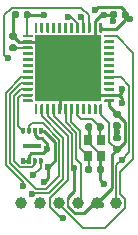
<source format=gbr>
%TF.GenerationSoftware,KiCad,Pcbnew,5.1.8*%
%TF.CreationDate,2020-12-04T00:19:28-05:00*%
%TF.ProjectId,spur,73707572-2e6b-4696-9361-645f70636258,v1.0*%
%TF.SameCoordinates,Original*%
%TF.FileFunction,Copper,L2,Bot*%
%TF.FilePolarity,Positive*%
%FSLAX46Y46*%
G04 Gerber Fmt 4.6, Leading zero omitted, Abs format (unit mm)*
G04 Created by KiCad (PCBNEW 5.1.8) date 2020-12-04 00:19:28*
%MOMM*%
%LPD*%
G01*
G04 APERTURE LIST*
%TA.AperFunction,SMDPad,CuDef*%
%ADD10R,1.600000X0.400000*%
%TD*%
%TA.AperFunction,SMDPad,CuDef*%
%ADD11C,1.000000*%
%TD*%
%TA.AperFunction,SMDPad,CuDef*%
%ADD12R,5.600000X5.600000*%
%TD*%
%TA.AperFunction,SMDPad,CuDef*%
%ADD13R,0.800000X0.900000*%
%TD*%
%TA.AperFunction,ViaPad*%
%ADD14C,0.600000*%
%TD*%
%TA.AperFunction,Conductor*%
%ADD15C,0.250000*%
%TD*%
%TA.AperFunction,Conductor*%
%ADD16C,0.150000*%
%TD*%
%TA.AperFunction,Conductor*%
%ADD17C,0.200000*%
%TD*%
G04 APERTURE END LIST*
D10*
%TO.P,U2,9*%
%TO.N,N/C*%
X136900000Y-86400000D03*
%TO.P,U2,8*%
%TO.N,+3V3*%
%TA.AperFunction,SMDPad,CuDef*%
G36*
G01*
X136062500Y-87425000D02*
X136237500Y-87425000D01*
G75*
G02*
X136325000Y-87512500I0J-87500D01*
G01*
X136325000Y-87862500D01*
G75*
G02*
X136237500Y-87950000I-87500J0D01*
G01*
X136062500Y-87950000D01*
G75*
G02*
X135975000Y-87862500I0J87500D01*
G01*
X135975000Y-87512500D01*
G75*
G02*
X136062500Y-87425000I87500J0D01*
G01*
G37*
%TD.AperFunction*%
%TO.P,U2,7*%
%TA.AperFunction,SMDPad,CuDef*%
G36*
G01*
X136562500Y-87425000D02*
X136737500Y-87425000D01*
G75*
G02*
X136825000Y-87512500I0J-87500D01*
G01*
X136825000Y-87862500D01*
G75*
G02*
X136737500Y-87950000I-87500J0D01*
G01*
X136562500Y-87950000D01*
G75*
G02*
X136475000Y-87862500I0J87500D01*
G01*
X136475000Y-87512500D01*
G75*
G02*
X136562500Y-87425000I87500J0D01*
G01*
G37*
%TD.AperFunction*%
%TO.P,U2,6*%
%TO.N,/SPI_SCK*%
%TA.AperFunction,SMDPad,CuDef*%
G36*
G01*
X137062500Y-87425000D02*
X137237500Y-87425000D01*
G75*
G02*
X137325000Y-87512500I0J-87500D01*
G01*
X137325000Y-87862500D01*
G75*
G02*
X137237500Y-87950000I-87500J0D01*
G01*
X137062500Y-87950000D01*
G75*
G02*
X136975000Y-87862500I0J87500D01*
G01*
X136975000Y-87512500D01*
G75*
G02*
X137062500Y-87425000I87500J0D01*
G01*
G37*
%TD.AperFunction*%
%TO.P,U2,5*%
%TO.N,/SPI_MOSI*%
%TA.AperFunction,SMDPad,CuDef*%
G36*
G01*
X137562500Y-87425000D02*
X137737500Y-87425000D01*
G75*
G02*
X137825000Y-87512500I0J-87500D01*
G01*
X137825000Y-87862500D01*
G75*
G02*
X137737500Y-87950000I-87500J0D01*
G01*
X137562500Y-87950000D01*
G75*
G02*
X137475000Y-87862500I0J87500D01*
G01*
X137475000Y-87512500D01*
G75*
G02*
X137562500Y-87425000I87500J0D01*
G01*
G37*
%TD.AperFunction*%
%TO.P,U2,4*%
%TO.N,GND*%
%TA.AperFunction,SMDPad,CuDef*%
G36*
G01*
X137562500Y-84850000D02*
X137737500Y-84850000D01*
G75*
G02*
X137825000Y-84937500I0J-87500D01*
G01*
X137825000Y-85287500D01*
G75*
G02*
X137737500Y-85375000I-87500J0D01*
G01*
X137562500Y-85375000D01*
G75*
G02*
X137475000Y-85287500I0J87500D01*
G01*
X137475000Y-84937500D01*
G75*
G02*
X137562500Y-84850000I87500J0D01*
G01*
G37*
%TD.AperFunction*%
%TO.P,U2,3*%
%TO.N,+3V3*%
%TA.AperFunction,SMDPad,CuDef*%
G36*
G01*
X137062500Y-84850000D02*
X137237500Y-84850000D01*
G75*
G02*
X137325000Y-84937500I0J-87500D01*
G01*
X137325000Y-85287500D01*
G75*
G02*
X137237500Y-85375000I-87500J0D01*
G01*
X137062500Y-85375000D01*
G75*
G02*
X136975000Y-85287500I0J87500D01*
G01*
X136975000Y-84937500D01*
G75*
G02*
X137062500Y-84850000I87500J0D01*
G01*
G37*
%TD.AperFunction*%
%TO.P,U2,2*%
%TO.N,/SPI_MISO*%
%TA.AperFunction,SMDPad,CuDef*%
G36*
G01*
X136562500Y-84850000D02*
X136737500Y-84850000D01*
G75*
G02*
X136825000Y-84937500I0J-87500D01*
G01*
X136825000Y-85287500D01*
G75*
G02*
X136737500Y-85375000I-87500J0D01*
G01*
X136562500Y-85375000D01*
G75*
G02*
X136475000Y-85287500I0J87500D01*
G01*
X136475000Y-84937500D01*
G75*
G02*
X136562500Y-84850000I87500J0D01*
G01*
G37*
%TD.AperFunction*%
%TO.P,U2,1*%
%TO.N,/SPI_~CS*%
%TA.AperFunction,SMDPad,CuDef*%
G36*
G01*
X136062500Y-84850000D02*
X136237500Y-84850000D01*
G75*
G02*
X136325000Y-84937500I0J-87500D01*
G01*
X136325000Y-85287500D01*
G75*
G02*
X136237500Y-85375000I-87500J0D01*
G01*
X136062500Y-85375000D01*
G75*
G02*
X135975000Y-85287500I0J87500D01*
G01*
X135975000Y-84937500D01*
G75*
G02*
X136062500Y-84850000I87500J0D01*
G01*
G37*
%TD.AperFunction*%
%TD*%
D11*
%TO.P,TP3,1*%
%TO.N,/BOOT*%
X144000000Y-91200000D03*
%TD*%
%TO.P,TP2,1*%
%TO.N,+3V3*%
X142400000Y-91200000D03*
%TD*%
%TO.P,TP4,1*%
%TO.N,/~NRST*%
X140800000Y-91200000D03*
%TD*%
%TO.P,TP6,1*%
%TO.N,/SWCLK*%
X139200000Y-91200000D03*
%TD*%
%TO.P,TP5,1*%
%TO.N,/SWDIO*%
X137600000Y-91200000D03*
%TD*%
%TO.P,TP1,1*%
%TO.N,GND*%
X136000000Y-91200000D03*
%TD*%
%TO.P,C10,2*%
%TO.N,GND*%
%TA.AperFunction,SMDPad,CuDef*%
G36*
G01*
X143927500Y-84390000D02*
X144272500Y-84390000D01*
G75*
G02*
X144420000Y-84537500I0J-147500D01*
G01*
X144420000Y-84832500D01*
G75*
G02*
X144272500Y-84980000I-147500J0D01*
G01*
X143927500Y-84980000D01*
G75*
G02*
X143780000Y-84832500I0J147500D01*
G01*
X143780000Y-84537500D01*
G75*
G02*
X143927500Y-84390000I147500J0D01*
G01*
G37*
%TD.AperFunction*%
%TO.P,C10,1*%
%TO.N,+3V3*%
%TA.AperFunction,SMDPad,CuDef*%
G36*
G01*
X143927500Y-83420000D02*
X144272500Y-83420000D01*
G75*
G02*
X144420000Y-83567500I0J-147500D01*
G01*
X144420000Y-83862500D01*
G75*
G02*
X144272500Y-84010000I-147500J0D01*
G01*
X143927500Y-84010000D01*
G75*
G02*
X143780000Y-83862500I0J147500D01*
G01*
X143780000Y-83567500D01*
G75*
G02*
X143927500Y-83420000I147500J0D01*
G01*
G37*
%TD.AperFunction*%
%TD*%
%TO.P,C9,1*%
%TO.N,+3V3*%
%TA.AperFunction,SMDPad,CuDef*%
G36*
G01*
X145095000Y-75127500D02*
X145095000Y-75472500D01*
G75*
G02*
X144947500Y-75620000I-147500J0D01*
G01*
X144652500Y-75620000D01*
G75*
G02*
X144505000Y-75472500I0J147500D01*
G01*
X144505000Y-75127500D01*
G75*
G02*
X144652500Y-74980000I147500J0D01*
G01*
X144947500Y-74980000D01*
G75*
G02*
X145095000Y-75127500I0J-147500D01*
G01*
G37*
%TD.AperFunction*%
%TO.P,C9,2*%
%TO.N,GND*%
%TA.AperFunction,SMDPad,CuDef*%
G36*
G01*
X144125000Y-75127500D02*
X144125000Y-75472500D01*
G75*
G02*
X143977500Y-75620000I-147500J0D01*
G01*
X143682500Y-75620000D01*
G75*
G02*
X143535000Y-75472500I0J147500D01*
G01*
X143535000Y-75127500D01*
G75*
G02*
X143682500Y-74980000I147500J0D01*
G01*
X143977500Y-74980000D01*
G75*
G02*
X144125000Y-75127500I0J-147500D01*
G01*
G37*
%TD.AperFunction*%
%TD*%
%TO.P,C7,1*%
%TO.N,+3V3*%
%TA.AperFunction,SMDPad,CuDef*%
G36*
G01*
X144272500Y-86980000D02*
X143927500Y-86980000D01*
G75*
G02*
X143780000Y-86832500I0J147500D01*
G01*
X143780000Y-86537500D01*
G75*
G02*
X143927500Y-86390000I147500J0D01*
G01*
X144272500Y-86390000D01*
G75*
G02*
X144420000Y-86537500I0J-147500D01*
G01*
X144420000Y-86832500D01*
G75*
G02*
X144272500Y-86980000I-147500J0D01*
G01*
G37*
%TD.AperFunction*%
%TO.P,C7,2*%
%TO.N,GND*%
%TA.AperFunction,SMDPad,CuDef*%
G36*
G01*
X144272500Y-86010000D02*
X143927500Y-86010000D01*
G75*
G02*
X143780000Y-85862500I0J147500D01*
G01*
X143780000Y-85567500D01*
G75*
G02*
X143927500Y-85420000I147500J0D01*
G01*
X144272500Y-85420000D01*
G75*
G02*
X144420000Y-85567500I0J-147500D01*
G01*
X144420000Y-85862500D01*
G75*
G02*
X144272500Y-86010000I-147500J0D01*
G01*
G37*
%TD.AperFunction*%
%TD*%
%TO.P,C6,2*%
%TO.N,GND*%
%TA.AperFunction,SMDPad,CuDef*%
G36*
G01*
X135472500Y-77425000D02*
X135127500Y-77425000D01*
G75*
G02*
X134980000Y-77277500I0J147500D01*
G01*
X134980000Y-76982500D01*
G75*
G02*
X135127500Y-76835000I147500J0D01*
G01*
X135472500Y-76835000D01*
G75*
G02*
X135620000Y-76982500I0J-147500D01*
G01*
X135620000Y-77277500D01*
G75*
G02*
X135472500Y-77425000I-147500J0D01*
G01*
G37*
%TD.AperFunction*%
%TO.P,C6,1*%
%TO.N,Net-(C6-Pad1)*%
%TA.AperFunction,SMDPad,CuDef*%
G36*
G01*
X135472500Y-78395000D02*
X135127500Y-78395000D01*
G75*
G02*
X134980000Y-78247500I0J147500D01*
G01*
X134980000Y-77952500D01*
G75*
G02*
X135127500Y-77805000I147500J0D01*
G01*
X135472500Y-77805000D01*
G75*
G02*
X135620000Y-77952500I0J-147500D01*
G01*
X135620000Y-78247500D01*
G75*
G02*
X135472500Y-78395000I-147500J0D01*
G01*
G37*
%TD.AperFunction*%
%TD*%
%TO.P,C8,2*%
%TO.N,GND*%
%TA.AperFunction,SMDPad,CuDef*%
G36*
G01*
X135825000Y-75127500D02*
X135825000Y-75472500D01*
G75*
G02*
X135677500Y-75620000I-147500J0D01*
G01*
X135382500Y-75620000D01*
G75*
G02*
X135235000Y-75472500I0J147500D01*
G01*
X135235000Y-75127500D01*
G75*
G02*
X135382500Y-74980000I147500J0D01*
G01*
X135677500Y-74980000D01*
G75*
G02*
X135825000Y-75127500I0J-147500D01*
G01*
G37*
%TD.AperFunction*%
%TO.P,C8,1*%
%TO.N,+3V3*%
%TA.AperFunction,SMDPad,CuDef*%
G36*
G01*
X136795000Y-75127500D02*
X136795000Y-75472500D01*
G75*
G02*
X136647500Y-75620000I-147500J0D01*
G01*
X136352500Y-75620000D01*
G75*
G02*
X136205000Y-75472500I0J147500D01*
G01*
X136205000Y-75127500D01*
G75*
G02*
X136352500Y-74980000I147500J0D01*
G01*
X136647500Y-74980000D01*
G75*
G02*
X136795000Y-75127500I0J-147500D01*
G01*
G37*
%TD.AperFunction*%
%TD*%
%TO.P,C4,1*%
%TO.N,/OSC_IN*%
%TA.AperFunction,SMDPad,CuDef*%
G36*
G01*
X142980000Y-84627500D02*
X142980000Y-84972500D01*
G75*
G02*
X142832500Y-85120000I-147500J0D01*
G01*
X142537500Y-85120000D01*
G75*
G02*
X142390000Y-84972500I0J147500D01*
G01*
X142390000Y-84627500D01*
G75*
G02*
X142537500Y-84480000I147500J0D01*
G01*
X142832500Y-84480000D01*
G75*
G02*
X142980000Y-84627500I0J-147500D01*
G01*
G37*
%TD.AperFunction*%
%TO.P,C4,2*%
%TO.N,GND*%
%TA.AperFunction,SMDPad,CuDef*%
G36*
G01*
X142010000Y-84627500D02*
X142010000Y-84972500D01*
G75*
G02*
X141862500Y-85120000I-147500J0D01*
G01*
X141567500Y-85120000D01*
G75*
G02*
X141420000Y-84972500I0J147500D01*
G01*
X141420000Y-84627500D01*
G75*
G02*
X141567500Y-84480000I147500J0D01*
G01*
X141862500Y-84480000D01*
G75*
G02*
X142010000Y-84627500I0J-147500D01*
G01*
G37*
%TD.AperFunction*%
%TD*%
%TO.P,C5,2*%
%TO.N,GND*%
%TA.AperFunction,SMDPad,CuDef*%
G36*
G01*
X142390000Y-88572500D02*
X142390000Y-88227500D01*
G75*
G02*
X142537500Y-88080000I147500J0D01*
G01*
X142832500Y-88080000D01*
G75*
G02*
X142980000Y-88227500I0J-147500D01*
G01*
X142980000Y-88572500D01*
G75*
G02*
X142832500Y-88720000I-147500J0D01*
G01*
X142537500Y-88720000D01*
G75*
G02*
X142390000Y-88572500I0J147500D01*
G01*
G37*
%TD.AperFunction*%
%TO.P,C5,1*%
%TO.N,/OSC_OUT*%
%TA.AperFunction,SMDPad,CuDef*%
G36*
G01*
X141420000Y-88572500D02*
X141420000Y-88227500D01*
G75*
G02*
X141567500Y-88080000I147500J0D01*
G01*
X141862500Y-88080000D01*
G75*
G02*
X142010000Y-88227500I0J-147500D01*
G01*
X142010000Y-88572500D01*
G75*
G02*
X141862500Y-88720000I-147500J0D01*
G01*
X141567500Y-88720000D01*
G75*
G02*
X141420000Y-88572500I0J147500D01*
G01*
G37*
%TD.AperFunction*%
%TD*%
%TO.P,U3,1*%
%TO.N,+3V3*%
%TA.AperFunction,SMDPad,CuDef*%
G36*
G01*
X142812500Y-83725000D02*
X142687500Y-83725000D01*
G75*
G02*
X142625000Y-83662500I0J62500D01*
G01*
X142625000Y-82912500D01*
G75*
G02*
X142687500Y-82850000I62500J0D01*
G01*
X142812500Y-82850000D01*
G75*
G02*
X142875000Y-82912500I0J-62500D01*
G01*
X142875000Y-83662500D01*
G75*
G02*
X142812500Y-83725000I-62500J0D01*
G01*
G37*
%TD.AperFunction*%
%TO.P,U3,2*%
%TO.N,N/C*%
%TA.AperFunction,SMDPad,CuDef*%
G36*
G01*
X142312500Y-83725000D02*
X142187500Y-83725000D01*
G75*
G02*
X142125000Y-83662500I0J62500D01*
G01*
X142125000Y-82912500D01*
G75*
G02*
X142187500Y-82850000I62500J0D01*
G01*
X142312500Y-82850000D01*
G75*
G02*
X142375000Y-82912500I0J-62500D01*
G01*
X142375000Y-83662500D01*
G75*
G02*
X142312500Y-83725000I-62500J0D01*
G01*
G37*
%TD.AperFunction*%
%TO.P,U3,3*%
%TA.AperFunction,SMDPad,CuDef*%
G36*
G01*
X141812500Y-83725000D02*
X141687500Y-83725000D01*
G75*
G02*
X141625000Y-83662500I0J62500D01*
G01*
X141625000Y-82912500D01*
G75*
G02*
X141687500Y-82850000I62500J0D01*
G01*
X141812500Y-82850000D01*
G75*
G02*
X141875000Y-82912500I0J-62500D01*
G01*
X141875000Y-83662500D01*
G75*
G02*
X141812500Y-83725000I-62500J0D01*
G01*
G37*
%TD.AperFunction*%
%TO.P,U3,4*%
%TA.AperFunction,SMDPad,CuDef*%
G36*
G01*
X141312500Y-83725000D02*
X141187500Y-83725000D01*
G75*
G02*
X141125000Y-83662500I0J62500D01*
G01*
X141125000Y-82912500D01*
G75*
G02*
X141187500Y-82850000I62500J0D01*
G01*
X141312500Y-82850000D01*
G75*
G02*
X141375000Y-82912500I0J-62500D01*
G01*
X141375000Y-83662500D01*
G75*
G02*
X141312500Y-83725000I-62500J0D01*
G01*
G37*
%TD.AperFunction*%
%TO.P,U3,5*%
%TO.N,/OSC_IN*%
%TA.AperFunction,SMDPad,CuDef*%
G36*
G01*
X140812500Y-83725000D02*
X140687500Y-83725000D01*
G75*
G02*
X140625000Y-83662500I0J62500D01*
G01*
X140625000Y-82912500D01*
G75*
G02*
X140687500Y-82850000I62500J0D01*
G01*
X140812500Y-82850000D01*
G75*
G02*
X140875000Y-82912500I0J-62500D01*
G01*
X140875000Y-83662500D01*
G75*
G02*
X140812500Y-83725000I-62500J0D01*
G01*
G37*
%TD.AperFunction*%
%TO.P,U3,6*%
%TO.N,/OSC_OUT*%
%TA.AperFunction,SMDPad,CuDef*%
G36*
G01*
X140312500Y-83725000D02*
X140187500Y-83725000D01*
G75*
G02*
X140125000Y-83662500I0J62500D01*
G01*
X140125000Y-82912500D01*
G75*
G02*
X140187500Y-82850000I62500J0D01*
G01*
X140312500Y-82850000D01*
G75*
G02*
X140375000Y-82912500I0J-62500D01*
G01*
X140375000Y-83662500D01*
G75*
G02*
X140312500Y-83725000I-62500J0D01*
G01*
G37*
%TD.AperFunction*%
%TO.P,U3,7*%
%TO.N,/~NRST*%
%TA.AperFunction,SMDPad,CuDef*%
G36*
G01*
X139812500Y-83725000D02*
X139687500Y-83725000D01*
G75*
G02*
X139625000Y-83662500I0J62500D01*
G01*
X139625000Y-82912500D01*
G75*
G02*
X139687500Y-82850000I62500J0D01*
G01*
X139812500Y-82850000D01*
G75*
G02*
X139875000Y-82912500I0J-62500D01*
G01*
X139875000Y-83662500D01*
G75*
G02*
X139812500Y-83725000I-62500J0D01*
G01*
G37*
%TD.AperFunction*%
%TO.P,U3,8*%
%TO.N,GND*%
%TA.AperFunction,SMDPad,CuDef*%
G36*
G01*
X139312500Y-83725000D02*
X139187500Y-83725000D01*
G75*
G02*
X139125000Y-83662500I0J62500D01*
G01*
X139125000Y-82912500D01*
G75*
G02*
X139187500Y-82850000I62500J0D01*
G01*
X139312500Y-82850000D01*
G75*
G02*
X139375000Y-82912500I0J-62500D01*
G01*
X139375000Y-83662500D01*
G75*
G02*
X139312500Y-83725000I-62500J0D01*
G01*
G37*
%TD.AperFunction*%
%TO.P,U3,9*%
%TO.N,+3V3*%
%TA.AperFunction,SMDPad,CuDef*%
G36*
G01*
X138812500Y-83725000D02*
X138687500Y-83725000D01*
G75*
G02*
X138625000Y-83662500I0J62500D01*
G01*
X138625000Y-82912500D01*
G75*
G02*
X138687500Y-82850000I62500J0D01*
G01*
X138812500Y-82850000D01*
G75*
G02*
X138875000Y-82912500I0J-62500D01*
G01*
X138875000Y-83662500D01*
G75*
G02*
X138812500Y-83725000I-62500J0D01*
G01*
G37*
%TD.AperFunction*%
%TO.P,U3,10*%
%TO.N,/SW_POS1*%
%TA.AperFunction,SMDPad,CuDef*%
G36*
G01*
X138312500Y-83725000D02*
X138187500Y-83725000D01*
G75*
G02*
X138125000Y-83662500I0J62500D01*
G01*
X138125000Y-82912500D01*
G75*
G02*
X138187500Y-82850000I62500J0D01*
G01*
X138312500Y-82850000D01*
G75*
G02*
X138375000Y-82912500I0J-62500D01*
G01*
X138375000Y-83662500D01*
G75*
G02*
X138312500Y-83725000I-62500J0D01*
G01*
G37*
%TD.AperFunction*%
%TO.P,U3,11*%
%TO.N,/SW_POS2*%
%TA.AperFunction,SMDPad,CuDef*%
G36*
G01*
X137812500Y-83725000D02*
X137687500Y-83725000D01*
G75*
G02*
X137625000Y-83662500I0J62500D01*
G01*
X137625000Y-82912500D01*
G75*
G02*
X137687500Y-82850000I62500J0D01*
G01*
X137812500Y-82850000D01*
G75*
G02*
X137875000Y-82912500I0J-62500D01*
G01*
X137875000Y-83662500D01*
G75*
G02*
X137812500Y-83725000I-62500J0D01*
G01*
G37*
%TD.AperFunction*%
%TO.P,U3,12*%
%TO.N,N/C*%
%TA.AperFunction,SMDPad,CuDef*%
G36*
G01*
X137312500Y-83725000D02*
X137187500Y-83725000D01*
G75*
G02*
X137125000Y-83662500I0J62500D01*
G01*
X137125000Y-82912500D01*
G75*
G02*
X137187500Y-82850000I62500J0D01*
G01*
X137312500Y-82850000D01*
G75*
G02*
X137375000Y-82912500I0J-62500D01*
G01*
X137375000Y-83662500D01*
G75*
G02*
X137312500Y-83725000I-62500J0D01*
G01*
G37*
%TD.AperFunction*%
%TO.P,U3,13*%
%TA.AperFunction,SMDPad,CuDef*%
G36*
G01*
X136937500Y-82725000D02*
X136187500Y-82725000D01*
G75*
G02*
X136125000Y-82662500I0J62500D01*
G01*
X136125000Y-82537500D01*
G75*
G02*
X136187500Y-82475000I62500J0D01*
G01*
X136937500Y-82475000D01*
G75*
G02*
X137000000Y-82537500I0J-62500D01*
G01*
X137000000Y-82662500D01*
G75*
G02*
X136937500Y-82725000I-62500J0D01*
G01*
G37*
%TD.AperFunction*%
%TO.P,U3,14*%
%TO.N,/SPI_~CS*%
%TA.AperFunction,SMDPad,CuDef*%
G36*
G01*
X136937500Y-82225000D02*
X136187500Y-82225000D01*
G75*
G02*
X136125000Y-82162500I0J62500D01*
G01*
X136125000Y-82037500D01*
G75*
G02*
X136187500Y-81975000I62500J0D01*
G01*
X136937500Y-81975000D01*
G75*
G02*
X137000000Y-82037500I0J-62500D01*
G01*
X137000000Y-82162500D01*
G75*
G02*
X136937500Y-82225000I-62500J0D01*
G01*
G37*
%TD.AperFunction*%
%TO.P,U3,15*%
%TO.N,/SPI_SCK*%
%TA.AperFunction,SMDPad,CuDef*%
G36*
G01*
X136937500Y-81725000D02*
X136187500Y-81725000D01*
G75*
G02*
X136125000Y-81662500I0J62500D01*
G01*
X136125000Y-81537500D01*
G75*
G02*
X136187500Y-81475000I62500J0D01*
G01*
X136937500Y-81475000D01*
G75*
G02*
X137000000Y-81537500I0J-62500D01*
G01*
X137000000Y-81662500D01*
G75*
G02*
X136937500Y-81725000I-62500J0D01*
G01*
G37*
%TD.AperFunction*%
%TO.P,U3,16*%
%TO.N,/SPI_MISO*%
%TA.AperFunction,SMDPad,CuDef*%
G36*
G01*
X136937500Y-81225000D02*
X136187500Y-81225000D01*
G75*
G02*
X136125000Y-81162500I0J62500D01*
G01*
X136125000Y-81037500D01*
G75*
G02*
X136187500Y-80975000I62500J0D01*
G01*
X136937500Y-80975000D01*
G75*
G02*
X137000000Y-81037500I0J-62500D01*
G01*
X137000000Y-81162500D01*
G75*
G02*
X136937500Y-81225000I-62500J0D01*
G01*
G37*
%TD.AperFunction*%
%TO.P,U3,17*%
%TO.N,/SPI_MOSI*%
%TA.AperFunction,SMDPad,CuDef*%
G36*
G01*
X136937500Y-80725000D02*
X136187500Y-80725000D01*
G75*
G02*
X136125000Y-80662500I0J62500D01*
G01*
X136125000Y-80537500D01*
G75*
G02*
X136187500Y-80475000I62500J0D01*
G01*
X136937500Y-80475000D01*
G75*
G02*
X137000000Y-80537500I0J-62500D01*
G01*
X137000000Y-80662500D01*
G75*
G02*
X136937500Y-80725000I-62500J0D01*
G01*
G37*
%TD.AperFunction*%
%TO.P,U3,18*%
%TO.N,N/C*%
%TA.AperFunction,SMDPad,CuDef*%
G36*
G01*
X136937500Y-80225000D02*
X136187500Y-80225000D01*
G75*
G02*
X136125000Y-80162500I0J62500D01*
G01*
X136125000Y-80037500D01*
G75*
G02*
X136187500Y-79975000I62500J0D01*
G01*
X136937500Y-79975000D01*
G75*
G02*
X137000000Y-80037500I0J-62500D01*
G01*
X137000000Y-80162500D01*
G75*
G02*
X136937500Y-80225000I-62500J0D01*
G01*
G37*
%TD.AperFunction*%
%TO.P,U3,19*%
%TA.AperFunction,SMDPad,CuDef*%
G36*
G01*
X136937500Y-79725000D02*
X136187500Y-79725000D01*
G75*
G02*
X136125000Y-79662500I0J62500D01*
G01*
X136125000Y-79537500D01*
G75*
G02*
X136187500Y-79475000I62500J0D01*
G01*
X136937500Y-79475000D01*
G75*
G02*
X137000000Y-79537500I0J-62500D01*
G01*
X137000000Y-79662500D01*
G75*
G02*
X136937500Y-79725000I-62500J0D01*
G01*
G37*
%TD.AperFunction*%
%TO.P,U3,20*%
%TA.AperFunction,SMDPad,CuDef*%
G36*
G01*
X136937500Y-79225000D02*
X136187500Y-79225000D01*
G75*
G02*
X136125000Y-79162500I0J62500D01*
G01*
X136125000Y-79037500D01*
G75*
G02*
X136187500Y-78975000I62500J0D01*
G01*
X136937500Y-78975000D01*
G75*
G02*
X137000000Y-79037500I0J-62500D01*
G01*
X137000000Y-79162500D01*
G75*
G02*
X136937500Y-79225000I-62500J0D01*
G01*
G37*
%TD.AperFunction*%
%TO.P,U3,21*%
%TA.AperFunction,SMDPad,CuDef*%
G36*
G01*
X136937500Y-78725000D02*
X136187500Y-78725000D01*
G75*
G02*
X136125000Y-78662500I0J62500D01*
G01*
X136125000Y-78537500D01*
G75*
G02*
X136187500Y-78475000I62500J0D01*
G01*
X136937500Y-78475000D01*
G75*
G02*
X137000000Y-78537500I0J-62500D01*
G01*
X137000000Y-78662500D01*
G75*
G02*
X136937500Y-78725000I-62500J0D01*
G01*
G37*
%TD.AperFunction*%
%TO.P,U3,22*%
%TO.N,Net-(C6-Pad1)*%
%TA.AperFunction,SMDPad,CuDef*%
G36*
G01*
X136937500Y-78225000D02*
X136187500Y-78225000D01*
G75*
G02*
X136125000Y-78162500I0J62500D01*
G01*
X136125000Y-78037500D01*
G75*
G02*
X136187500Y-77975000I62500J0D01*
G01*
X136937500Y-77975000D01*
G75*
G02*
X137000000Y-78037500I0J-62500D01*
G01*
X137000000Y-78162500D01*
G75*
G02*
X136937500Y-78225000I-62500J0D01*
G01*
G37*
%TD.AperFunction*%
%TO.P,U3,23*%
%TO.N,GND*%
%TA.AperFunction,SMDPad,CuDef*%
G36*
G01*
X136937500Y-77725000D02*
X136187500Y-77725000D01*
G75*
G02*
X136125000Y-77662500I0J62500D01*
G01*
X136125000Y-77537500D01*
G75*
G02*
X136187500Y-77475000I62500J0D01*
G01*
X136937500Y-77475000D01*
G75*
G02*
X137000000Y-77537500I0J-62500D01*
G01*
X137000000Y-77662500D01*
G75*
G02*
X136937500Y-77725000I-62500J0D01*
G01*
G37*
%TD.AperFunction*%
%TO.P,U3,24*%
%TO.N,+3V3*%
%TA.AperFunction,SMDPad,CuDef*%
G36*
G01*
X136937500Y-77225000D02*
X136187500Y-77225000D01*
G75*
G02*
X136125000Y-77162500I0J62500D01*
G01*
X136125000Y-77037500D01*
G75*
G02*
X136187500Y-76975000I62500J0D01*
G01*
X136937500Y-76975000D01*
G75*
G02*
X137000000Y-77037500I0J-62500D01*
G01*
X137000000Y-77162500D01*
G75*
G02*
X136937500Y-77225000I-62500J0D01*
G01*
G37*
%TD.AperFunction*%
%TO.P,U3,25*%
%TO.N,N/C*%
%TA.AperFunction,SMDPad,CuDef*%
G36*
G01*
X137312500Y-76850000D02*
X137187500Y-76850000D01*
G75*
G02*
X137125000Y-76787500I0J62500D01*
G01*
X137125000Y-76037500D01*
G75*
G02*
X137187500Y-75975000I62500J0D01*
G01*
X137312500Y-75975000D01*
G75*
G02*
X137375000Y-76037500I0J-62500D01*
G01*
X137375000Y-76787500D01*
G75*
G02*
X137312500Y-76850000I-62500J0D01*
G01*
G37*
%TD.AperFunction*%
%TO.P,U3,26*%
%TA.AperFunction,SMDPad,CuDef*%
G36*
G01*
X137812500Y-76850000D02*
X137687500Y-76850000D01*
G75*
G02*
X137625000Y-76787500I0J62500D01*
G01*
X137625000Y-76037500D01*
G75*
G02*
X137687500Y-75975000I62500J0D01*
G01*
X137812500Y-75975000D01*
G75*
G02*
X137875000Y-76037500I0J-62500D01*
G01*
X137875000Y-76787500D01*
G75*
G02*
X137812500Y-76850000I-62500J0D01*
G01*
G37*
%TD.AperFunction*%
%TO.P,U3,27*%
%TA.AperFunction,SMDPad,CuDef*%
G36*
G01*
X138312500Y-76850000D02*
X138187500Y-76850000D01*
G75*
G02*
X138125000Y-76787500I0J62500D01*
G01*
X138125000Y-76037500D01*
G75*
G02*
X138187500Y-75975000I62500J0D01*
G01*
X138312500Y-75975000D01*
G75*
G02*
X138375000Y-76037500I0J-62500D01*
G01*
X138375000Y-76787500D01*
G75*
G02*
X138312500Y-76850000I-62500J0D01*
G01*
G37*
%TD.AperFunction*%
%TO.P,U3,28*%
%TA.AperFunction,SMDPad,CuDef*%
G36*
G01*
X138812500Y-76850000D02*
X138687500Y-76850000D01*
G75*
G02*
X138625000Y-76787500I0J62500D01*
G01*
X138625000Y-76037500D01*
G75*
G02*
X138687500Y-75975000I62500J0D01*
G01*
X138812500Y-75975000D01*
G75*
G02*
X138875000Y-76037500I0J-62500D01*
G01*
X138875000Y-76787500D01*
G75*
G02*
X138812500Y-76850000I-62500J0D01*
G01*
G37*
%TD.AperFunction*%
%TO.P,U3,29*%
%TA.AperFunction,SMDPad,CuDef*%
G36*
G01*
X139312500Y-76850000D02*
X139187500Y-76850000D01*
G75*
G02*
X139125000Y-76787500I0J62500D01*
G01*
X139125000Y-76037500D01*
G75*
G02*
X139187500Y-75975000I62500J0D01*
G01*
X139312500Y-75975000D01*
G75*
G02*
X139375000Y-76037500I0J-62500D01*
G01*
X139375000Y-76787500D01*
G75*
G02*
X139312500Y-76850000I-62500J0D01*
G01*
G37*
%TD.AperFunction*%
%TO.P,U3,30*%
%TA.AperFunction,SMDPad,CuDef*%
G36*
G01*
X139812500Y-76850000D02*
X139687500Y-76850000D01*
G75*
G02*
X139625000Y-76787500I0J62500D01*
G01*
X139625000Y-76037500D01*
G75*
G02*
X139687500Y-75975000I62500J0D01*
G01*
X139812500Y-75975000D01*
G75*
G02*
X139875000Y-76037500I0J-62500D01*
G01*
X139875000Y-76787500D01*
G75*
G02*
X139812500Y-76850000I-62500J0D01*
G01*
G37*
%TD.AperFunction*%
%TO.P,U3,31*%
%TA.AperFunction,SMDPad,CuDef*%
G36*
G01*
X140312500Y-76850000D02*
X140187500Y-76850000D01*
G75*
G02*
X140125000Y-76787500I0J62500D01*
G01*
X140125000Y-76037500D01*
G75*
G02*
X140187500Y-75975000I62500J0D01*
G01*
X140312500Y-75975000D01*
G75*
G02*
X140375000Y-76037500I0J-62500D01*
G01*
X140375000Y-76787500D01*
G75*
G02*
X140312500Y-76850000I-62500J0D01*
G01*
G37*
%TD.AperFunction*%
%TO.P,U3,32*%
%TO.N,/D-*%
%TA.AperFunction,SMDPad,CuDef*%
G36*
G01*
X140812500Y-76850000D02*
X140687500Y-76850000D01*
G75*
G02*
X140625000Y-76787500I0J62500D01*
G01*
X140625000Y-76037500D01*
G75*
G02*
X140687500Y-75975000I62500J0D01*
G01*
X140812500Y-75975000D01*
G75*
G02*
X140875000Y-76037500I0J-62500D01*
G01*
X140875000Y-76787500D01*
G75*
G02*
X140812500Y-76850000I-62500J0D01*
G01*
G37*
%TD.AperFunction*%
%TO.P,U3,33*%
%TO.N,/D+*%
%TA.AperFunction,SMDPad,CuDef*%
G36*
G01*
X141312500Y-76850000D02*
X141187500Y-76850000D01*
G75*
G02*
X141125000Y-76787500I0J62500D01*
G01*
X141125000Y-76037500D01*
G75*
G02*
X141187500Y-75975000I62500J0D01*
G01*
X141312500Y-75975000D01*
G75*
G02*
X141375000Y-76037500I0J-62500D01*
G01*
X141375000Y-76787500D01*
G75*
G02*
X141312500Y-76850000I-62500J0D01*
G01*
G37*
%TD.AperFunction*%
%TO.P,U3,34*%
%TO.N,/SWDIO*%
%TA.AperFunction,SMDPad,CuDef*%
G36*
G01*
X141812500Y-76850000D02*
X141687500Y-76850000D01*
G75*
G02*
X141625000Y-76787500I0J62500D01*
G01*
X141625000Y-76037500D01*
G75*
G02*
X141687500Y-75975000I62500J0D01*
G01*
X141812500Y-75975000D01*
G75*
G02*
X141875000Y-76037500I0J-62500D01*
G01*
X141875000Y-76787500D01*
G75*
G02*
X141812500Y-76850000I-62500J0D01*
G01*
G37*
%TD.AperFunction*%
%TO.P,U3,35*%
%TO.N,GND*%
%TA.AperFunction,SMDPad,CuDef*%
G36*
G01*
X142312500Y-76850000D02*
X142187500Y-76850000D01*
G75*
G02*
X142125000Y-76787500I0J62500D01*
G01*
X142125000Y-76037500D01*
G75*
G02*
X142187500Y-75975000I62500J0D01*
G01*
X142312500Y-75975000D01*
G75*
G02*
X142375000Y-76037500I0J-62500D01*
G01*
X142375000Y-76787500D01*
G75*
G02*
X142312500Y-76850000I-62500J0D01*
G01*
G37*
%TD.AperFunction*%
%TO.P,U3,36*%
%TO.N,+3V3*%
%TA.AperFunction,SMDPad,CuDef*%
G36*
G01*
X142812500Y-76850000D02*
X142687500Y-76850000D01*
G75*
G02*
X142625000Y-76787500I0J62500D01*
G01*
X142625000Y-76037500D01*
G75*
G02*
X142687500Y-75975000I62500J0D01*
G01*
X142812500Y-75975000D01*
G75*
G02*
X142875000Y-76037500I0J-62500D01*
G01*
X142875000Y-76787500D01*
G75*
G02*
X142812500Y-76850000I-62500J0D01*
G01*
G37*
%TD.AperFunction*%
%TO.P,U3,37*%
%TO.N,/SWCLK*%
%TA.AperFunction,SMDPad,CuDef*%
G36*
G01*
X143812500Y-77225000D02*
X143062500Y-77225000D01*
G75*
G02*
X143000000Y-77162500I0J62500D01*
G01*
X143000000Y-77037500D01*
G75*
G02*
X143062500Y-76975000I62500J0D01*
G01*
X143812500Y-76975000D01*
G75*
G02*
X143875000Y-77037500I0J-62500D01*
G01*
X143875000Y-77162500D01*
G75*
G02*
X143812500Y-77225000I-62500J0D01*
G01*
G37*
%TD.AperFunction*%
%TO.P,U3,38*%
%TO.N,N/C*%
%TA.AperFunction,SMDPad,CuDef*%
G36*
G01*
X143812500Y-77725000D02*
X143062500Y-77725000D01*
G75*
G02*
X143000000Y-77662500I0J62500D01*
G01*
X143000000Y-77537500D01*
G75*
G02*
X143062500Y-77475000I62500J0D01*
G01*
X143812500Y-77475000D01*
G75*
G02*
X143875000Y-77537500I0J-62500D01*
G01*
X143875000Y-77662500D01*
G75*
G02*
X143812500Y-77725000I-62500J0D01*
G01*
G37*
%TD.AperFunction*%
%TO.P,U3,39*%
%TA.AperFunction,SMDPad,CuDef*%
G36*
G01*
X143812500Y-78225000D02*
X143062500Y-78225000D01*
G75*
G02*
X143000000Y-78162500I0J62500D01*
G01*
X143000000Y-78037500D01*
G75*
G02*
X143062500Y-77975000I62500J0D01*
G01*
X143812500Y-77975000D01*
G75*
G02*
X143875000Y-78037500I0J-62500D01*
G01*
X143875000Y-78162500D01*
G75*
G02*
X143812500Y-78225000I-62500J0D01*
G01*
G37*
%TD.AperFunction*%
%TO.P,U3,40*%
%TA.AperFunction,SMDPad,CuDef*%
G36*
G01*
X143812500Y-78725000D02*
X143062500Y-78725000D01*
G75*
G02*
X143000000Y-78662500I0J62500D01*
G01*
X143000000Y-78537500D01*
G75*
G02*
X143062500Y-78475000I62500J0D01*
G01*
X143812500Y-78475000D01*
G75*
G02*
X143875000Y-78537500I0J-62500D01*
G01*
X143875000Y-78662500D01*
G75*
G02*
X143812500Y-78725000I-62500J0D01*
G01*
G37*
%TD.AperFunction*%
%TO.P,U3,41*%
%TA.AperFunction,SMDPad,CuDef*%
G36*
G01*
X143812500Y-79225000D02*
X143062500Y-79225000D01*
G75*
G02*
X143000000Y-79162500I0J62500D01*
G01*
X143000000Y-79037500D01*
G75*
G02*
X143062500Y-78975000I62500J0D01*
G01*
X143812500Y-78975000D01*
G75*
G02*
X143875000Y-79037500I0J-62500D01*
G01*
X143875000Y-79162500D01*
G75*
G02*
X143812500Y-79225000I-62500J0D01*
G01*
G37*
%TD.AperFunction*%
%TO.P,U3,42*%
%TA.AperFunction,SMDPad,CuDef*%
G36*
G01*
X143812500Y-79725000D02*
X143062500Y-79725000D01*
G75*
G02*
X143000000Y-79662500I0J62500D01*
G01*
X143000000Y-79537500D01*
G75*
G02*
X143062500Y-79475000I62500J0D01*
G01*
X143812500Y-79475000D01*
G75*
G02*
X143875000Y-79537500I0J-62500D01*
G01*
X143875000Y-79662500D01*
G75*
G02*
X143812500Y-79725000I-62500J0D01*
G01*
G37*
%TD.AperFunction*%
%TO.P,U3,43*%
%TA.AperFunction,SMDPad,CuDef*%
G36*
G01*
X143812500Y-80225000D02*
X143062500Y-80225000D01*
G75*
G02*
X143000000Y-80162500I0J62500D01*
G01*
X143000000Y-80037500D01*
G75*
G02*
X143062500Y-79975000I62500J0D01*
G01*
X143812500Y-79975000D01*
G75*
G02*
X143875000Y-80037500I0J-62500D01*
G01*
X143875000Y-80162500D01*
G75*
G02*
X143812500Y-80225000I-62500J0D01*
G01*
G37*
%TD.AperFunction*%
%TO.P,U3,44*%
%TO.N,/BOOT*%
%TA.AperFunction,SMDPad,CuDef*%
G36*
G01*
X143812500Y-80725000D02*
X143062500Y-80725000D01*
G75*
G02*
X143000000Y-80662500I0J62500D01*
G01*
X143000000Y-80537500D01*
G75*
G02*
X143062500Y-80475000I62500J0D01*
G01*
X143812500Y-80475000D01*
G75*
G02*
X143875000Y-80537500I0J-62500D01*
G01*
X143875000Y-80662500D01*
G75*
G02*
X143812500Y-80725000I-62500J0D01*
G01*
G37*
%TD.AperFunction*%
%TO.P,U3,45*%
%TO.N,N/C*%
%TA.AperFunction,SMDPad,CuDef*%
G36*
G01*
X143812500Y-81225000D02*
X143062500Y-81225000D01*
G75*
G02*
X143000000Y-81162500I0J62500D01*
G01*
X143000000Y-81037500D01*
G75*
G02*
X143062500Y-80975000I62500J0D01*
G01*
X143812500Y-80975000D01*
G75*
G02*
X143875000Y-81037500I0J-62500D01*
G01*
X143875000Y-81162500D01*
G75*
G02*
X143812500Y-81225000I-62500J0D01*
G01*
G37*
%TD.AperFunction*%
%TO.P,U3,46*%
%TA.AperFunction,SMDPad,CuDef*%
G36*
G01*
X143812500Y-81725000D02*
X143062500Y-81725000D01*
G75*
G02*
X143000000Y-81662500I0J62500D01*
G01*
X143000000Y-81537500D01*
G75*
G02*
X143062500Y-81475000I62500J0D01*
G01*
X143812500Y-81475000D01*
G75*
G02*
X143875000Y-81537500I0J-62500D01*
G01*
X143875000Y-81662500D01*
G75*
G02*
X143812500Y-81725000I-62500J0D01*
G01*
G37*
%TD.AperFunction*%
%TO.P,U3,47*%
%TO.N,GND*%
%TA.AperFunction,SMDPad,CuDef*%
G36*
G01*
X143812500Y-82225000D02*
X143062500Y-82225000D01*
G75*
G02*
X143000000Y-82162500I0J62500D01*
G01*
X143000000Y-82037500D01*
G75*
G02*
X143062500Y-81975000I62500J0D01*
G01*
X143812500Y-81975000D01*
G75*
G02*
X143875000Y-82037500I0J-62500D01*
G01*
X143875000Y-82162500D01*
G75*
G02*
X143812500Y-82225000I-62500J0D01*
G01*
G37*
%TD.AperFunction*%
%TO.P,U3,48*%
%TO.N,+3V3*%
%TA.AperFunction,SMDPad,CuDef*%
G36*
G01*
X143812500Y-82725000D02*
X143062500Y-82725000D01*
G75*
G02*
X143000000Y-82662500I0J62500D01*
G01*
X143000000Y-82537500D01*
G75*
G02*
X143062500Y-82475000I62500J0D01*
G01*
X143812500Y-82475000D01*
G75*
G02*
X143875000Y-82537500I0J-62500D01*
G01*
X143875000Y-82662500D01*
G75*
G02*
X143812500Y-82725000I-62500J0D01*
G01*
G37*
%TD.AperFunction*%
D12*
%TO.P,U3,49*%
%TO.N,GND*%
X140000000Y-79850000D03*
%TD*%
D13*
%TO.P,Y1,1*%
%TO.N,/OSC_IN*%
X142750000Y-85900000D03*
%TO.P,Y1,2*%
%TO.N,GND*%
X142750000Y-87300000D03*
%TO.P,Y1,3*%
%TO.N,/OSC_OUT*%
X141650000Y-87300000D03*
%TO.P,Y1,4*%
%TO.N,GND*%
X141650000Y-85900000D03*
%TD*%
D14*
%TO.N,GND*%
X135880000Y-91310000D03*
X143800000Y-75850000D03*
X144100000Y-85200000D03*
X141650000Y-86050000D03*
X143000000Y-89599994D03*
X138254660Y-88219681D03*
X137899397Y-89479397D03*
X142990000Y-75300000D03*
X144570021Y-81550000D03*
X144570021Y-82770000D03*
%TO.N,+3V3*%
X137900000Y-75300000D03*
X145200000Y-75700000D03*
X140499979Y-88300023D03*
X138199871Y-86650000D03*
X142749998Y-91400002D03*
X142249710Y-74890290D03*
%TO.N,/D+*%
X141040499Y-75475010D03*
%TO.N,/D-*%
X140000000Y-75500010D03*
%TO.N,/BOOT*%
X144500000Y-87600000D03*
%TO.N,/SWDIO*%
X134864480Y-79000000D03*
X137410000Y-91400020D03*
%TO.N,/SPI_MOSI*%
X137033744Y-88890875D03*
X136152414Y-89773259D03*
%TO.N,/SW_POS1*%
X139500000Y-92510000D03*
%TO.N,/SW_POS2*%
X136879603Y-90506421D03*
%TD*%
D15*
%TO.N,GND*%
X142250000Y-76412500D02*
X142250000Y-77600000D01*
X136562500Y-77600000D02*
X137750000Y-77600000D01*
X139250000Y-83287500D02*
X139250000Y-80600000D01*
X143437500Y-82100000D02*
X142250000Y-82100000D01*
X135300000Y-75530000D02*
X135530000Y-75300000D01*
X135300000Y-77130000D02*
X135300000Y-75530000D01*
X143830000Y-75300000D02*
X143400000Y-75300000D01*
X135318232Y-77130000D02*
X135300000Y-77130000D01*
X135788232Y-77600000D02*
X135318232Y-77130000D01*
X136562500Y-77600000D02*
X135788232Y-77600000D01*
X141715000Y-85835000D02*
X141650000Y-85900000D01*
X141715000Y-84800000D02*
X141715000Y-85835000D01*
D16*
X142750000Y-87150000D02*
X142750000Y-87300000D01*
X141760000Y-86160000D02*
X142750000Y-87150000D01*
X141650000Y-86150000D02*
X141640000Y-86160000D01*
X141650000Y-85900000D02*
X141650000Y-86050000D01*
D15*
X142685000Y-87365000D02*
X142750000Y-87300000D01*
X142685000Y-88400000D02*
X142685000Y-87365000D01*
D16*
X141640000Y-86160000D02*
X141760000Y-86160000D01*
D17*
X143800000Y-75330000D02*
X143830000Y-75300000D01*
X143800000Y-75850000D02*
X143800000Y-75330000D01*
D16*
X141650000Y-86050000D02*
X141650000Y-86150000D01*
D15*
X142685000Y-88400000D02*
X142685000Y-89284994D01*
X142685000Y-89284994D02*
X143000000Y-89599994D01*
X144100000Y-84685000D02*
X144100000Y-85200000D01*
X144100000Y-85200000D02*
X144100000Y-85715000D01*
X138824935Y-87649406D02*
X138254660Y-88219681D01*
X138824935Y-86038526D02*
X138824935Y-87649406D01*
X137650000Y-85112500D02*
X137898909Y-85112500D01*
X137898909Y-85112500D02*
X138824935Y-86038526D01*
X138254660Y-89124134D02*
X137899397Y-89479397D01*
X138254660Y-88219681D02*
X138254660Y-89124134D01*
X142250000Y-75830000D02*
X142250000Y-76412500D01*
X142780000Y-75300000D02*
X142250000Y-75830000D01*
X143400000Y-75300000D02*
X142990000Y-75300000D01*
X142990000Y-75300000D02*
X142780000Y-75300000D01*
X143437500Y-82100000D02*
X144020021Y-82100000D01*
X143437500Y-82100000D02*
X143923022Y-82100000D01*
X144570021Y-82770000D02*
X144570021Y-82370021D01*
X144300000Y-82100000D02*
X144020021Y-82100000D01*
X144570021Y-82370021D02*
X144300000Y-82100000D01*
X144570021Y-81829979D02*
X144300000Y-82100000D01*
X144570021Y-81550000D02*
X144570021Y-81829979D01*
%TO.N,+3V3*%
X136500000Y-75300000D02*
X137900000Y-75300000D01*
X144800000Y-75300000D02*
X145200000Y-75700000D01*
X136650000Y-87687500D02*
X136150000Y-87687500D01*
D16*
X136500000Y-77037500D02*
X136562500Y-77100000D01*
X136500000Y-75300000D02*
X136500000Y-77037500D01*
D15*
X143437500Y-83052500D02*
X144100000Y-83715000D01*
X143437500Y-82600000D02*
X143437500Y-83052500D01*
X143649978Y-87135022D02*
X144100000Y-86685000D01*
X143649978Y-89950022D02*
X143649978Y-87135022D01*
X142400000Y-91200000D02*
X143649978Y-89950022D01*
D16*
X142400000Y-91200000D02*
X142306998Y-91200000D01*
D17*
X143457500Y-86042500D02*
X144100000Y-86685000D01*
X142750000Y-83287500D02*
X142750000Y-83750000D01*
X142750000Y-83750000D02*
X143457500Y-84457500D01*
X143457500Y-84457500D02*
X143457500Y-86042500D01*
X140000000Y-90900000D02*
X140000000Y-91505012D01*
D15*
X144745010Y-84341778D02*
X144118232Y-83715000D01*
X144160010Y-86685000D02*
X144745010Y-86100000D01*
X144118232Y-83715000D02*
X144100000Y-83715000D01*
X144745010Y-86100000D02*
X144745010Y-84341778D01*
X144100000Y-86685000D02*
X144160010Y-86685000D01*
X144800000Y-75750000D02*
X144800000Y-75300000D01*
X144050000Y-76500000D02*
X144800000Y-75750000D01*
X142837500Y-76500000D02*
X144050000Y-76500000D01*
X142750000Y-76412500D02*
X142837500Y-76500000D01*
D16*
X138750000Y-83912919D02*
X140274980Y-85437899D01*
X138750000Y-83287500D02*
X138750000Y-83912919D01*
X140274980Y-88075024D02*
X140499979Y-88300023D01*
X140274980Y-85437899D02*
X140274980Y-88075024D01*
D15*
X137150000Y-85112500D02*
X137150000Y-85500000D01*
X137400000Y-85750000D02*
X137724135Y-85750000D01*
X137724135Y-85750000D02*
X138199871Y-86225736D01*
X138199871Y-86225736D02*
X138199871Y-86650000D01*
X137150000Y-85500000D02*
X137400000Y-85750000D01*
X137799871Y-87050000D02*
X138199871Y-86650000D01*
X136850000Y-87050000D02*
X137799871Y-87050000D01*
X136650000Y-87250000D02*
X136850000Y-87050000D01*
X136650000Y-87687500D02*
X136650000Y-87250000D01*
X140000000Y-91584300D02*
X140000000Y-91505012D01*
X141300000Y-92100000D02*
X140515700Y-92100000D01*
X142200000Y-91200000D02*
X141300000Y-92100000D01*
X140515700Y-92100000D02*
X140000000Y-91584300D01*
X142400000Y-91200000D02*
X142200000Y-91200000D01*
X140499979Y-90250021D02*
X140499979Y-88300023D01*
X140000000Y-90750000D02*
X140499979Y-90250021D01*
X140000000Y-90900000D02*
X140000000Y-90750000D01*
X142490000Y-74650000D02*
X142249710Y-74890290D01*
X144470000Y-74650000D02*
X142490000Y-74650000D01*
X144800000Y-74980000D02*
X144470000Y-74650000D01*
X144800000Y-75300000D02*
X144800000Y-74980000D01*
D16*
%TO.N,/OSC_IN*%
X142685000Y-85835000D02*
X142750000Y-85900000D01*
X142685000Y-84800000D02*
X142685000Y-85835000D01*
X141985000Y-84100000D02*
X142685000Y-84800000D01*
X141050000Y-84100000D02*
X141985000Y-84100000D01*
X140750000Y-83800000D02*
X141050000Y-84100000D01*
X140750000Y-83287500D02*
X140750000Y-83800000D01*
%TO.N,/OSC_OUT*%
X141615000Y-87365000D02*
X141550000Y-87300000D01*
X141715000Y-88400000D02*
X141715000Y-87365000D01*
X141550000Y-87224950D02*
X141550000Y-87300000D01*
X140250000Y-84422938D02*
X140974999Y-85147937D01*
X140974999Y-85147937D02*
X140974999Y-86624999D01*
X140974999Y-86624999D02*
X141650000Y-87300000D01*
X140250000Y-83287500D02*
X140250000Y-84422938D01*
%TO.N,Net-(C6-Pad1)*%
X136562500Y-78100000D02*
X135300000Y-78100000D01*
%TO.N,/D+*%
X141250000Y-76412500D02*
X141250000Y-75684511D01*
X141250000Y-75684511D02*
X141040499Y-75475010D01*
%TO.N,/D-*%
X140750000Y-76412500D02*
X140750000Y-75997688D01*
X140252322Y-75500010D02*
X140000000Y-75500010D01*
X140750000Y-75997688D02*
X140252322Y-75500010D01*
%TO.N,/SPI_~CS*%
X135755045Y-84717545D02*
X136150000Y-85112500D01*
X135755045Y-82329925D02*
X135755045Y-84717545D01*
X135984970Y-82100000D02*
X135755045Y-82329925D01*
X136562500Y-82100000D02*
X135984970Y-82100000D01*
%TO.N,/BOOT*%
X144049989Y-88050011D02*
X144500000Y-87600000D01*
X144049989Y-91150011D02*
X144049989Y-88050011D01*
X144000000Y-91200000D02*
X144049989Y-91150011D01*
X144440000Y-80600000D02*
X143437500Y-80600000D01*
X145145021Y-86954979D02*
X145145021Y-81305021D01*
X145145021Y-81305021D02*
X144440000Y-80600000D01*
X144500000Y-87600000D02*
X145145021Y-86954979D01*
%TO.N,/~NRST*%
X139750000Y-84417929D02*
X140624988Y-85292917D01*
X139750000Y-83287500D02*
X139750000Y-84417929D01*
X141074981Y-87974981D02*
X141074981Y-90925019D01*
X140624988Y-87524988D02*
X141074981Y-87974981D01*
X140624988Y-85292917D02*
X140624988Y-87524988D01*
X141074981Y-90925019D02*
X140800000Y-91200000D01*
%TO.N,/SWDIO*%
X134564481Y-78700001D02*
X134864480Y-79000000D01*
X134564481Y-75335519D02*
X134564481Y-78700001D01*
X135200000Y-74700000D02*
X134564481Y-75335519D01*
X141100000Y-74700000D02*
X135200000Y-74700000D01*
X141750000Y-75350000D02*
X141100000Y-74700000D01*
X141750000Y-76412500D02*
X141750000Y-75350000D01*
%TO.N,/SWCLK*%
X139200000Y-91350000D02*
X139200000Y-91200000D01*
X143437500Y-77100000D02*
X144076156Y-77100000D01*
X145500000Y-87500000D02*
X144400000Y-88600000D01*
X141250000Y-93400000D02*
X139200000Y-91350000D01*
X144076156Y-77100000D02*
X145500000Y-78523844D01*
X145500000Y-78523844D02*
X145500000Y-87500000D01*
X143100000Y-93400000D02*
X141250000Y-93400000D01*
X144400000Y-88600000D02*
X144400000Y-90500000D01*
X144800000Y-90900000D02*
X144800000Y-91700000D01*
X144400000Y-90500000D02*
X144800000Y-90900000D01*
X144800000Y-91700000D02*
X143100000Y-93400000D01*
%TO.N,/SPI_MISO*%
X135050011Y-82044980D02*
X135994991Y-81100000D01*
X135050011Y-87857669D02*
X135050011Y-82044980D01*
X137267330Y-90074988D02*
X135050011Y-87857669D01*
X136900000Y-84500000D02*
X137852109Y-84500000D01*
X138116980Y-90074988D02*
X137267330Y-90074988D01*
X135994991Y-81100000D02*
X136562500Y-81100000D01*
X136650000Y-84750000D02*
X136900000Y-84500000D01*
X139224946Y-88967022D02*
X138116980Y-90074988D01*
X137852109Y-84500000D02*
X139224946Y-85872837D01*
X139224946Y-85872837D02*
X139224946Y-88967022D01*
X136650000Y-85112500D02*
X136650000Y-84750000D01*
%TO.N,/SPI_MOSI*%
X136000000Y-80600000D02*
X134700000Y-81900001D01*
X136562500Y-80600000D02*
X136000000Y-80600000D01*
X134700000Y-81900001D02*
X134700000Y-87300000D01*
X134700000Y-87300000D02*
X134700000Y-87450000D01*
X137650000Y-88274619D02*
X137033744Y-88890875D01*
X137650000Y-87687500D02*
X137650000Y-88274619D01*
X136152414Y-89472414D02*
X136152414Y-89773259D01*
X134700000Y-88020000D02*
X136152414Y-89472414D01*
X134700000Y-87300000D02*
X134700000Y-88020000D01*
%TO.N,/SPI_SCK*%
X137150000Y-87962668D02*
X137150000Y-87687500D01*
X135912342Y-88225010D02*
X136887658Y-88225010D01*
X136887658Y-88225010D02*
X137150000Y-87962668D01*
X135400022Y-87712690D02*
X135912342Y-88225010D01*
X135400022Y-82189959D02*
X135400022Y-87712690D01*
X135989981Y-81600000D02*
X135400022Y-82189959D01*
X136562500Y-81600000D02*
X135989981Y-81600000D01*
%TO.N,/SW_POS1*%
X139350000Y-92510000D02*
X139500000Y-92510000D01*
X138400000Y-91560000D02*
X139350000Y-92510000D01*
X138400000Y-90852998D02*
X138400000Y-91560000D01*
X139924968Y-89328030D02*
X138400000Y-90852998D01*
X139924968Y-85582879D02*
X139924968Y-89328030D01*
X138250000Y-83907910D02*
X139924968Y-85582879D01*
X138250000Y-83287500D02*
X138250000Y-83907910D01*
%TO.N,/SW_POS2*%
X139574957Y-85727858D02*
X139574957Y-89183051D01*
X137750000Y-83902901D02*
X139574957Y-85727858D01*
X138333009Y-90424999D02*
X136961025Y-90424999D01*
X136961025Y-90424999D02*
X136879603Y-90506421D01*
X139574957Y-89183051D02*
X138333009Y-90424999D01*
X137750000Y-83287500D02*
X137750000Y-83902901D01*
%TD*%
M02*

</source>
